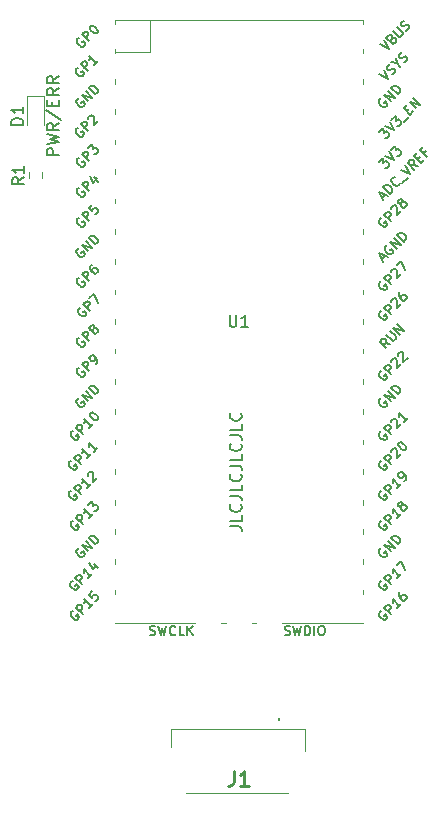
<source format=gto>
%TF.GenerationSoftware,KiCad,Pcbnew,(6.0.2)*%
%TF.CreationDate,2022-04-09T21:38:49-06:00*%
%TF.ProjectId,carrier_board,63617272-6965-4725-9f62-6f6172642e6b,v1b*%
%TF.SameCoordinates,Original*%
%TF.FileFunction,Legend,Top*%
%TF.FilePolarity,Positive*%
%FSLAX46Y46*%
G04 Gerber Fmt 4.6, Leading zero omitted, Abs format (unit mm)*
G04 Created by KiCad (PCBNEW (6.0.2)) date 2022-04-09 21:38:49*
%MOMM*%
%LPD*%
G01*
G04 APERTURE LIST*
%ADD10C,0.150000*%
%ADD11C,0.254000*%
%ADD12C,0.120000*%
%ADD13C,0.100000*%
%ADD14C,0.200000*%
G04 APERTURE END LIST*
D10*
X146452380Y-102619047D02*
X147166666Y-102619047D01*
X147309523Y-102666666D01*
X147404761Y-102761904D01*
X147452380Y-102904761D01*
X147452380Y-103000000D01*
X147452380Y-101666666D02*
X147452380Y-102142857D01*
X146452380Y-102142857D01*
X147357142Y-100761904D02*
X147404761Y-100809523D01*
X147452380Y-100952380D01*
X147452380Y-101047619D01*
X147404761Y-101190476D01*
X147309523Y-101285714D01*
X147214285Y-101333333D01*
X147023809Y-101380952D01*
X146880952Y-101380952D01*
X146690476Y-101333333D01*
X146595238Y-101285714D01*
X146500000Y-101190476D01*
X146452380Y-101047619D01*
X146452380Y-100952380D01*
X146500000Y-100809523D01*
X146547619Y-100761904D01*
X146452380Y-100047619D02*
X147166666Y-100047619D01*
X147309523Y-100095238D01*
X147404761Y-100190476D01*
X147452380Y-100333333D01*
X147452380Y-100428571D01*
X147452380Y-99095238D02*
X147452380Y-99571428D01*
X146452380Y-99571428D01*
X147357142Y-98190476D02*
X147404761Y-98238095D01*
X147452380Y-98380952D01*
X147452380Y-98476190D01*
X147404761Y-98619047D01*
X147309523Y-98714285D01*
X147214285Y-98761904D01*
X147023809Y-98809523D01*
X146880952Y-98809523D01*
X146690476Y-98761904D01*
X146595238Y-98714285D01*
X146500000Y-98619047D01*
X146452380Y-98476190D01*
X146452380Y-98380952D01*
X146500000Y-98238095D01*
X146547619Y-98190476D01*
X146452380Y-97476190D02*
X147166666Y-97476190D01*
X147309523Y-97523809D01*
X147404761Y-97619047D01*
X147452380Y-97761904D01*
X147452380Y-97857142D01*
X147452380Y-96523809D02*
X147452380Y-97000000D01*
X146452380Y-97000000D01*
X147357142Y-95619047D02*
X147404761Y-95666666D01*
X147452380Y-95809523D01*
X147452380Y-95904761D01*
X147404761Y-96047619D01*
X147309523Y-96142857D01*
X147214285Y-96190476D01*
X147023809Y-96238095D01*
X146880952Y-96238095D01*
X146690476Y-96190476D01*
X146595238Y-96142857D01*
X146500000Y-96047619D01*
X146452380Y-95904761D01*
X146452380Y-95809523D01*
X146500000Y-95666666D01*
X146547619Y-95619047D01*
X146452380Y-94904761D02*
X147166666Y-94904761D01*
X147309523Y-94952380D01*
X147404761Y-95047619D01*
X147452380Y-95190476D01*
X147452380Y-95285714D01*
X147452380Y-93952380D02*
X147452380Y-94428571D01*
X146452380Y-94428571D01*
X147357142Y-93047619D02*
X147404761Y-93095238D01*
X147452380Y-93238095D01*
X147452380Y-93333333D01*
X147404761Y-93476190D01*
X147309523Y-93571428D01*
X147214285Y-93619047D01*
X147023809Y-93666666D01*
X146880952Y-93666666D01*
X146690476Y-93619047D01*
X146595238Y-93571428D01*
X146500000Y-93476190D01*
X146452380Y-93333333D01*
X146452380Y-93238095D01*
X146500000Y-93095238D01*
X146547619Y-93047619D01*
%TO.C,U1*%
X146428095Y-84727380D02*
X146428095Y-85536904D01*
X146475714Y-85632142D01*
X146523333Y-85679761D01*
X146618571Y-85727380D01*
X146809047Y-85727380D01*
X146904285Y-85679761D01*
X146951904Y-85632142D01*
X146999523Y-85536904D01*
X146999523Y-84727380D01*
X147999523Y-85727380D02*
X147428095Y-85727380D01*
X147713809Y-85727380D02*
X147713809Y-84727380D01*
X147618571Y-84870238D01*
X147523333Y-84965476D01*
X147428095Y-85013095D01*
X133603096Y-63796218D02*
X133522284Y-63823155D01*
X133441471Y-63903967D01*
X133387597Y-64011717D01*
X133387597Y-64119467D01*
X133414534Y-64200279D01*
X133495346Y-64334966D01*
X133576158Y-64415778D01*
X133710845Y-64496590D01*
X133791658Y-64523528D01*
X133899407Y-64523528D01*
X134007157Y-64469653D01*
X134061032Y-64415778D01*
X134114906Y-64308028D01*
X134114906Y-64254154D01*
X133926345Y-64065592D01*
X133818595Y-64173341D01*
X134411218Y-64065592D02*
X133845532Y-63499906D01*
X134061032Y-63284407D01*
X134141844Y-63257470D01*
X134195719Y-63257470D01*
X134276531Y-63284407D01*
X134357343Y-63365219D01*
X134384280Y-63446032D01*
X134384280Y-63499906D01*
X134357343Y-63580719D01*
X134141844Y-63796218D01*
X135273215Y-63203595D02*
X134949966Y-63526844D01*
X135111590Y-63365219D02*
X134545905Y-62799534D01*
X134572842Y-62934221D01*
X134572842Y-63041971D01*
X134545905Y-63122783D01*
X151094761Y-111798809D02*
X151209047Y-111836904D01*
X151399523Y-111836904D01*
X151475714Y-111798809D01*
X151513809Y-111760714D01*
X151551904Y-111684523D01*
X151551904Y-111608333D01*
X151513809Y-111532142D01*
X151475714Y-111494047D01*
X151399523Y-111455952D01*
X151247142Y-111417857D01*
X151170952Y-111379761D01*
X151132857Y-111341666D01*
X151094761Y-111265476D01*
X151094761Y-111189285D01*
X151132857Y-111113095D01*
X151170952Y-111075000D01*
X151247142Y-111036904D01*
X151437619Y-111036904D01*
X151551904Y-111075000D01*
X151818571Y-111036904D02*
X152009047Y-111836904D01*
X152161428Y-111265476D01*
X152313809Y-111836904D01*
X152504285Y-111036904D01*
X152809047Y-111836904D02*
X152809047Y-111036904D01*
X152999523Y-111036904D01*
X153113809Y-111075000D01*
X153190000Y-111151190D01*
X153228095Y-111227380D01*
X153266190Y-111379761D01*
X153266190Y-111494047D01*
X153228095Y-111646428D01*
X153190000Y-111722619D01*
X153113809Y-111798809D01*
X152999523Y-111836904D01*
X152809047Y-111836904D01*
X153609047Y-111836904D02*
X153609047Y-111036904D01*
X154142380Y-111036904D02*
X154294761Y-111036904D01*
X154370952Y-111075000D01*
X154447142Y-111151190D01*
X154485238Y-111303571D01*
X154485238Y-111570238D01*
X154447142Y-111722619D01*
X154370952Y-111798809D01*
X154294761Y-111836904D01*
X154142380Y-111836904D01*
X154066190Y-111798809D01*
X153990000Y-111722619D01*
X153951904Y-111570238D01*
X153951904Y-111303571D01*
X153990000Y-111151190D01*
X154066190Y-111075000D01*
X154142380Y-111036904D01*
X159341597Y-80015964D02*
X159610971Y-79746590D01*
X159449346Y-80231463D02*
X159072223Y-79477216D01*
X159826470Y-79854340D01*
X159772595Y-78830719D02*
X159691783Y-78857656D01*
X159610971Y-78938468D01*
X159557096Y-79046218D01*
X159557096Y-79153967D01*
X159584033Y-79234780D01*
X159664845Y-79369467D01*
X159745658Y-79450279D01*
X159880345Y-79531091D01*
X159961157Y-79558028D01*
X160068906Y-79558028D01*
X160176656Y-79504154D01*
X160230531Y-79450279D01*
X160284406Y-79342529D01*
X160284406Y-79288654D01*
X160095844Y-79100093D01*
X159988094Y-79207842D01*
X160580717Y-79100093D02*
X160015032Y-78534407D01*
X160903966Y-78776844D01*
X160338280Y-78211158D01*
X161173340Y-78507470D02*
X160607654Y-77941784D01*
X160742341Y-77807097D01*
X160850091Y-77753223D01*
X160957841Y-77753223D01*
X161038653Y-77780160D01*
X161173340Y-77860972D01*
X161254152Y-77941784D01*
X161334964Y-78076471D01*
X161361902Y-78157284D01*
X161361902Y-78265033D01*
X161308027Y-78372783D01*
X161173340Y-78507470D01*
X133033722Y-99635592D02*
X132952910Y-99662529D01*
X132872097Y-99743341D01*
X132818223Y-99851091D01*
X132818223Y-99958841D01*
X132845160Y-100039653D01*
X132925972Y-100174340D01*
X133006784Y-100255152D01*
X133141471Y-100335964D01*
X133222284Y-100362902D01*
X133330033Y-100362902D01*
X133437783Y-100309027D01*
X133491658Y-100255152D01*
X133545532Y-100147402D01*
X133545532Y-100093528D01*
X133356971Y-99904966D01*
X133249221Y-100012715D01*
X133841844Y-99904966D02*
X133276158Y-99339280D01*
X133491658Y-99123781D01*
X133572470Y-99096844D01*
X133626345Y-99096844D01*
X133707157Y-99123781D01*
X133787969Y-99204593D01*
X133814906Y-99285406D01*
X133814906Y-99339280D01*
X133787969Y-99420093D01*
X133572470Y-99635592D01*
X134703841Y-99042969D02*
X134380592Y-99366218D01*
X134542216Y-99204593D02*
X133976531Y-98638908D01*
X134003468Y-98773595D01*
X134003468Y-98881345D01*
X133976531Y-98962157D01*
X134407529Y-98315659D02*
X134407529Y-98261784D01*
X134434467Y-98180972D01*
X134569154Y-98046285D01*
X134649966Y-98019348D01*
X134703841Y-98019348D01*
X134784653Y-98046285D01*
X134838528Y-98100160D01*
X134892402Y-98207910D01*
X134892402Y-98854407D01*
X135242589Y-98504221D01*
X159287722Y-97095592D02*
X159206910Y-97122529D01*
X159126097Y-97203341D01*
X159072223Y-97311091D01*
X159072223Y-97418841D01*
X159099160Y-97499653D01*
X159179972Y-97634340D01*
X159260784Y-97715152D01*
X159395471Y-97795964D01*
X159476284Y-97822902D01*
X159584033Y-97822902D01*
X159691783Y-97769027D01*
X159745658Y-97715152D01*
X159799532Y-97607402D01*
X159799532Y-97553528D01*
X159610971Y-97364966D01*
X159503221Y-97472715D01*
X160095844Y-97364966D02*
X159530158Y-96799280D01*
X159745658Y-96583781D01*
X159826470Y-96556844D01*
X159880345Y-96556844D01*
X159961157Y-96583781D01*
X160041969Y-96664593D01*
X160068906Y-96745406D01*
X160068906Y-96799280D01*
X160041969Y-96880093D01*
X159826470Y-97095592D01*
X160122781Y-96314407D02*
X160122781Y-96260532D01*
X160149719Y-96179720D01*
X160284406Y-96045033D01*
X160365218Y-96018096D01*
X160419093Y-96018096D01*
X160499905Y-96045033D01*
X160553780Y-96098908D01*
X160607654Y-96206658D01*
X160607654Y-96853155D01*
X160957841Y-96502969D01*
X160742341Y-95587097D02*
X160796216Y-95533223D01*
X160877028Y-95506285D01*
X160930903Y-95506285D01*
X161011715Y-95533223D01*
X161146402Y-95614035D01*
X161281089Y-95748722D01*
X161361902Y-95883409D01*
X161388839Y-95964221D01*
X161388839Y-96018096D01*
X161361902Y-96098908D01*
X161308027Y-96152783D01*
X161227215Y-96179720D01*
X161173340Y-96179720D01*
X161092528Y-96152783D01*
X160957841Y-96071971D01*
X160823154Y-95937284D01*
X160742341Y-95802597D01*
X160715404Y-95721784D01*
X160715404Y-95667910D01*
X160742341Y-95587097D01*
X159110473Y-64344966D02*
X159864720Y-64722089D01*
X159487597Y-63967842D01*
X160187969Y-64344966D02*
X160295719Y-64291091D01*
X160430406Y-64156404D01*
X160457343Y-64075592D01*
X160457343Y-64021717D01*
X160430406Y-63940905D01*
X160376531Y-63887030D01*
X160295719Y-63860093D01*
X160241844Y-63860093D01*
X160161032Y-63887030D01*
X160026345Y-63967842D01*
X159945532Y-63994780D01*
X159891658Y-63994780D01*
X159810845Y-63967842D01*
X159756971Y-63913967D01*
X159730033Y-63833155D01*
X159730033Y-63779280D01*
X159756971Y-63698468D01*
X159891658Y-63563781D01*
X159999407Y-63509906D01*
X160618967Y-63429094D02*
X160888341Y-63698468D01*
X160134094Y-63321345D02*
X160618967Y-63429094D01*
X160511218Y-62944221D01*
X161211590Y-63321345D02*
X161319340Y-63267470D01*
X161454027Y-63132783D01*
X161480964Y-63051971D01*
X161480964Y-62998096D01*
X161454027Y-62917284D01*
X161400152Y-62863409D01*
X161319340Y-62836471D01*
X161265465Y-62836471D01*
X161184653Y-62863409D01*
X161049966Y-62944221D01*
X160969154Y-62971158D01*
X160915279Y-62971158D01*
X160834467Y-62944221D01*
X160780592Y-62890346D01*
X160753654Y-62809534D01*
X160753654Y-62755659D01*
X160780592Y-62674847D01*
X160915279Y-62540160D01*
X161023028Y-62486285D01*
X159079847Y-71765592D02*
X159430033Y-71415406D01*
X159456971Y-71819467D01*
X159537783Y-71738654D01*
X159618595Y-71711717D01*
X159672470Y-71711717D01*
X159753282Y-71738654D01*
X159887969Y-71873341D01*
X159914906Y-71954154D01*
X159914906Y-72008028D01*
X159887969Y-72088841D01*
X159726345Y-72250465D01*
X159645532Y-72277402D01*
X159591658Y-72277402D01*
X159591658Y-71253781D02*
X160345905Y-71630905D01*
X159968781Y-70876658D01*
X160103468Y-70741971D02*
X160453654Y-70391784D01*
X160480592Y-70795845D01*
X160561404Y-70715033D01*
X160642216Y-70688096D01*
X160696091Y-70688096D01*
X160776903Y-70715033D01*
X160911590Y-70849720D01*
X160938528Y-70930532D01*
X160938528Y-70984407D01*
X160911590Y-71065219D01*
X160749966Y-71226844D01*
X160669154Y-71253781D01*
X160615279Y-71253781D01*
X159287722Y-109795592D02*
X159206910Y-109822529D01*
X159126097Y-109903341D01*
X159072223Y-110011091D01*
X159072223Y-110118841D01*
X159099160Y-110199653D01*
X159179972Y-110334340D01*
X159260784Y-110415152D01*
X159395471Y-110495964D01*
X159476284Y-110522902D01*
X159584033Y-110522902D01*
X159691783Y-110469027D01*
X159745658Y-110415152D01*
X159799532Y-110307402D01*
X159799532Y-110253528D01*
X159610971Y-110064966D01*
X159503221Y-110172715D01*
X160095844Y-110064966D02*
X159530158Y-109499280D01*
X159745658Y-109283781D01*
X159826470Y-109256844D01*
X159880345Y-109256844D01*
X159961157Y-109283781D01*
X160041969Y-109364593D01*
X160068906Y-109445406D01*
X160068906Y-109499280D01*
X160041969Y-109580093D01*
X159826470Y-109795592D01*
X160957841Y-109202969D02*
X160634592Y-109526218D01*
X160796216Y-109364593D02*
X160230531Y-108798908D01*
X160257468Y-108933595D01*
X160257468Y-109041345D01*
X160230531Y-109122157D01*
X160877028Y-108152410D02*
X160769279Y-108260160D01*
X160742341Y-108340972D01*
X160742341Y-108394847D01*
X160769279Y-108529534D01*
X160850091Y-108664221D01*
X161065590Y-108879720D01*
X161146402Y-108906658D01*
X161200277Y-108906658D01*
X161281089Y-108879720D01*
X161388839Y-108771971D01*
X161415776Y-108691158D01*
X161415776Y-108637284D01*
X161388839Y-108556471D01*
X161254152Y-108421784D01*
X161173340Y-108394847D01*
X161119465Y-108394847D01*
X161038653Y-108421784D01*
X160930903Y-108529534D01*
X160903966Y-108610346D01*
X160903966Y-108664221D01*
X160930903Y-108745033D01*
X133703096Y-81586218D02*
X133622284Y-81613155D01*
X133541471Y-81693967D01*
X133487597Y-81801717D01*
X133487597Y-81909467D01*
X133514534Y-81990279D01*
X133595346Y-82124966D01*
X133676158Y-82205778D01*
X133810845Y-82286590D01*
X133891658Y-82313528D01*
X133999407Y-82313528D01*
X134107157Y-82259653D01*
X134161032Y-82205778D01*
X134214906Y-82098028D01*
X134214906Y-82044154D01*
X134026345Y-81855592D01*
X133918595Y-81963341D01*
X134511218Y-81855592D02*
X133945532Y-81289906D01*
X134161032Y-81074407D01*
X134241844Y-81047470D01*
X134295719Y-81047470D01*
X134376531Y-81074407D01*
X134457343Y-81155219D01*
X134484280Y-81236032D01*
X134484280Y-81289906D01*
X134457343Y-81370719D01*
X134241844Y-81586218D01*
X134753654Y-80481784D02*
X134645905Y-80589534D01*
X134618967Y-80670346D01*
X134618967Y-80724221D01*
X134645905Y-80858908D01*
X134726717Y-80993595D01*
X134942216Y-81209094D01*
X135023028Y-81236032D01*
X135076903Y-81236032D01*
X135157715Y-81209094D01*
X135265465Y-81101345D01*
X135292402Y-81020532D01*
X135292402Y-80966658D01*
X135265465Y-80885845D01*
X135130778Y-80751158D01*
X135049966Y-80724221D01*
X134996091Y-80724221D01*
X134915279Y-80751158D01*
X134807529Y-80858908D01*
X134780592Y-80939720D01*
X134780592Y-80993595D01*
X134807529Y-81074407D01*
X133703096Y-86666218D02*
X133622284Y-86693155D01*
X133541471Y-86773967D01*
X133487597Y-86881717D01*
X133487597Y-86989467D01*
X133514534Y-87070279D01*
X133595346Y-87204966D01*
X133676158Y-87285778D01*
X133810845Y-87366590D01*
X133891658Y-87393528D01*
X133999407Y-87393528D01*
X134107157Y-87339653D01*
X134161032Y-87285778D01*
X134214906Y-87178028D01*
X134214906Y-87124154D01*
X134026345Y-86935592D01*
X133918595Y-87043341D01*
X134511218Y-86935592D02*
X133945532Y-86369906D01*
X134161032Y-86154407D01*
X134241844Y-86127470D01*
X134295719Y-86127470D01*
X134376531Y-86154407D01*
X134457343Y-86235219D01*
X134484280Y-86316032D01*
X134484280Y-86369906D01*
X134457343Y-86450719D01*
X134241844Y-86666218D01*
X134834467Y-85965845D02*
X134753654Y-85992783D01*
X134699780Y-85992783D01*
X134618967Y-85965845D01*
X134592030Y-85938908D01*
X134565093Y-85858096D01*
X134565093Y-85804221D01*
X134592030Y-85723409D01*
X134699780Y-85615659D01*
X134780592Y-85588722D01*
X134834467Y-85588722D01*
X134915279Y-85615659D01*
X134942216Y-85642597D01*
X134969154Y-85723409D01*
X134969154Y-85777284D01*
X134942216Y-85858096D01*
X134834467Y-85965845D01*
X134807529Y-86046658D01*
X134807529Y-86100532D01*
X134834467Y-86181345D01*
X134942216Y-86289094D01*
X135023028Y-86316032D01*
X135076903Y-86316032D01*
X135157715Y-86289094D01*
X135265465Y-86181345D01*
X135292402Y-86100532D01*
X135292402Y-86046658D01*
X135265465Y-85965845D01*
X135157715Y-85858096D01*
X135076903Y-85831158D01*
X135023028Y-85831158D01*
X134942216Y-85858096D01*
X160028375Y-87218435D02*
X159570439Y-87137622D01*
X159705126Y-87541683D02*
X159139441Y-86975998D01*
X159354940Y-86760499D01*
X159435752Y-86733561D01*
X159489627Y-86733561D01*
X159570439Y-86760499D01*
X159651251Y-86841311D01*
X159678189Y-86922123D01*
X159678189Y-86975998D01*
X159651251Y-87056810D01*
X159435752Y-87272309D01*
X159705126Y-86410312D02*
X160163062Y-86868248D01*
X160243874Y-86895186D01*
X160297749Y-86895186D01*
X160378561Y-86868248D01*
X160486311Y-86760499D01*
X160513248Y-86679687D01*
X160513248Y-86625812D01*
X160486311Y-86544999D01*
X160028375Y-86087064D01*
X160863435Y-86383375D02*
X160297749Y-85817690D01*
X161186683Y-86060126D01*
X160620998Y-85494441D01*
X159287722Y-81865592D02*
X159206910Y-81892529D01*
X159126097Y-81973341D01*
X159072223Y-82081091D01*
X159072223Y-82188841D01*
X159099160Y-82269653D01*
X159179972Y-82404340D01*
X159260784Y-82485152D01*
X159395471Y-82565964D01*
X159476284Y-82592902D01*
X159584033Y-82592902D01*
X159691783Y-82539027D01*
X159745658Y-82485152D01*
X159799532Y-82377402D01*
X159799532Y-82323528D01*
X159610971Y-82134966D01*
X159503221Y-82242715D01*
X160095844Y-82134966D02*
X159530158Y-81569280D01*
X159745658Y-81353781D01*
X159826470Y-81326844D01*
X159880345Y-81326844D01*
X159961157Y-81353781D01*
X160041969Y-81434593D01*
X160068906Y-81515406D01*
X160068906Y-81569280D01*
X160041969Y-81650093D01*
X159826470Y-81865592D01*
X160122781Y-81084407D02*
X160122781Y-81030532D01*
X160149719Y-80949720D01*
X160284406Y-80815033D01*
X160365218Y-80788096D01*
X160419093Y-80788096D01*
X160499905Y-80815033D01*
X160553780Y-80868908D01*
X160607654Y-80976658D01*
X160607654Y-81623155D01*
X160957841Y-81272969D01*
X160580717Y-80518722D02*
X160957841Y-80141598D01*
X161281089Y-80949720D01*
X159287722Y-99635592D02*
X159206910Y-99662529D01*
X159126097Y-99743341D01*
X159072223Y-99851091D01*
X159072223Y-99958841D01*
X159099160Y-100039653D01*
X159179972Y-100174340D01*
X159260784Y-100255152D01*
X159395471Y-100335964D01*
X159476284Y-100362902D01*
X159584033Y-100362902D01*
X159691783Y-100309027D01*
X159745658Y-100255152D01*
X159799532Y-100147402D01*
X159799532Y-100093528D01*
X159610971Y-99904966D01*
X159503221Y-100012715D01*
X160095844Y-99904966D02*
X159530158Y-99339280D01*
X159745658Y-99123781D01*
X159826470Y-99096844D01*
X159880345Y-99096844D01*
X159961157Y-99123781D01*
X160041969Y-99204593D01*
X160068906Y-99285406D01*
X160068906Y-99339280D01*
X160041969Y-99420093D01*
X159826470Y-99635592D01*
X160957841Y-99042969D02*
X160634592Y-99366218D01*
X160796216Y-99204593D02*
X160230531Y-98638908D01*
X160257468Y-98773595D01*
X160257468Y-98881345D01*
X160230531Y-98962157D01*
X161227215Y-98773595D02*
X161334964Y-98665845D01*
X161361902Y-98585033D01*
X161361902Y-98531158D01*
X161334964Y-98396471D01*
X161254152Y-98261784D01*
X161038653Y-98046285D01*
X160957841Y-98019348D01*
X160903966Y-98019348D01*
X160823154Y-98046285D01*
X160715404Y-98154035D01*
X160688467Y-98234847D01*
X160688467Y-98288722D01*
X160715404Y-98369534D01*
X160850091Y-98504221D01*
X160930903Y-98531158D01*
X160984778Y-98531158D01*
X161065590Y-98504221D01*
X161173340Y-98396471D01*
X161200277Y-98315659D01*
X161200277Y-98261784D01*
X161173340Y-98180972D01*
X133803096Y-84096218D02*
X133722284Y-84123155D01*
X133641471Y-84203967D01*
X133587597Y-84311717D01*
X133587597Y-84419467D01*
X133614534Y-84500279D01*
X133695346Y-84634966D01*
X133776158Y-84715778D01*
X133910845Y-84796590D01*
X133991658Y-84823528D01*
X134099407Y-84823528D01*
X134207157Y-84769653D01*
X134261032Y-84715778D01*
X134314906Y-84608028D01*
X134314906Y-84554154D01*
X134126345Y-84365592D01*
X134018595Y-84473341D01*
X134611218Y-84365592D02*
X134045532Y-83799906D01*
X134261032Y-83584407D01*
X134341844Y-83557470D01*
X134395719Y-83557470D01*
X134476531Y-83584407D01*
X134557343Y-83665219D01*
X134584280Y-83746032D01*
X134584280Y-83799906D01*
X134557343Y-83880719D01*
X134341844Y-84096218D01*
X134557343Y-83288096D02*
X134934467Y-82910972D01*
X135257715Y-83719094D01*
X159287722Y-102175592D02*
X159206910Y-102202529D01*
X159126097Y-102283341D01*
X159072223Y-102391091D01*
X159072223Y-102498841D01*
X159099160Y-102579653D01*
X159179972Y-102714340D01*
X159260784Y-102795152D01*
X159395471Y-102875964D01*
X159476284Y-102902902D01*
X159584033Y-102902902D01*
X159691783Y-102849027D01*
X159745658Y-102795152D01*
X159799532Y-102687402D01*
X159799532Y-102633528D01*
X159610971Y-102444966D01*
X159503221Y-102552715D01*
X160095844Y-102444966D02*
X159530158Y-101879280D01*
X159745658Y-101663781D01*
X159826470Y-101636844D01*
X159880345Y-101636844D01*
X159961157Y-101663781D01*
X160041969Y-101744593D01*
X160068906Y-101825406D01*
X160068906Y-101879280D01*
X160041969Y-101960093D01*
X159826470Y-102175592D01*
X160957841Y-101582969D02*
X160634592Y-101906218D01*
X160796216Y-101744593D02*
X160230531Y-101178908D01*
X160257468Y-101313595D01*
X160257468Y-101421345D01*
X160230531Y-101502157D01*
X160957841Y-100936471D02*
X160877028Y-100963409D01*
X160823154Y-100963409D01*
X160742341Y-100936471D01*
X160715404Y-100909534D01*
X160688467Y-100828722D01*
X160688467Y-100774847D01*
X160715404Y-100694035D01*
X160823154Y-100586285D01*
X160903966Y-100559348D01*
X160957841Y-100559348D01*
X161038653Y-100586285D01*
X161065590Y-100613223D01*
X161092528Y-100694035D01*
X161092528Y-100747910D01*
X161065590Y-100828722D01*
X160957841Y-100936471D01*
X160930903Y-101017284D01*
X160930903Y-101071158D01*
X160957841Y-101151971D01*
X161065590Y-101259720D01*
X161146402Y-101286658D01*
X161200277Y-101286658D01*
X161281089Y-101259720D01*
X161388839Y-101151971D01*
X161415776Y-101071158D01*
X161415776Y-101017284D01*
X161388839Y-100936471D01*
X161281089Y-100828722D01*
X161200277Y-100801784D01*
X161146402Y-100801784D01*
X161065590Y-100828722D01*
X159143129Y-61802309D02*
X159897377Y-62179433D01*
X159520253Y-61425186D01*
X160166751Y-61317436D02*
X160274500Y-61263561D01*
X160328375Y-61263561D01*
X160409187Y-61290499D01*
X160490000Y-61371311D01*
X160516937Y-61452123D01*
X160516937Y-61505998D01*
X160490000Y-61586810D01*
X160274500Y-61802309D01*
X159708815Y-61236624D01*
X159897377Y-61048062D01*
X159978189Y-61021125D01*
X160032064Y-61021125D01*
X160112876Y-61048062D01*
X160166751Y-61101937D01*
X160193688Y-61182749D01*
X160193688Y-61236624D01*
X160166751Y-61317436D01*
X159978189Y-61505998D01*
X160274500Y-60670938D02*
X160732436Y-61128874D01*
X160813248Y-61155812D01*
X160867123Y-61155812D01*
X160947935Y-61128874D01*
X161055685Y-61021125D01*
X161082622Y-60940312D01*
X161082622Y-60886438D01*
X161055685Y-60805625D01*
X160597749Y-60347690D01*
X161378934Y-60644001D02*
X161486683Y-60590126D01*
X161621370Y-60455439D01*
X161648308Y-60374627D01*
X161648308Y-60320752D01*
X161621370Y-60239940D01*
X161567496Y-60186065D01*
X161486683Y-60159128D01*
X161432809Y-60159128D01*
X161351996Y-60186065D01*
X161217309Y-60266877D01*
X161136497Y-60293815D01*
X161082622Y-60293815D01*
X161001810Y-60266877D01*
X160947935Y-60213003D01*
X160920998Y-60132190D01*
X160920998Y-60078316D01*
X160947935Y-59997503D01*
X161082622Y-59862816D01*
X161190372Y-59808942D01*
X133603096Y-68886218D02*
X133522284Y-68913155D01*
X133441471Y-68993967D01*
X133387597Y-69101717D01*
X133387597Y-69209467D01*
X133414534Y-69290279D01*
X133495346Y-69424966D01*
X133576158Y-69505778D01*
X133710845Y-69586590D01*
X133791658Y-69613528D01*
X133899407Y-69613528D01*
X134007157Y-69559653D01*
X134061032Y-69505778D01*
X134114906Y-69398028D01*
X134114906Y-69344154D01*
X133926345Y-69155592D01*
X133818595Y-69263341D01*
X134411218Y-69155592D02*
X133845532Y-68589906D01*
X134061032Y-68374407D01*
X134141844Y-68347470D01*
X134195719Y-68347470D01*
X134276531Y-68374407D01*
X134357343Y-68455219D01*
X134384280Y-68536032D01*
X134384280Y-68589906D01*
X134357343Y-68670719D01*
X134141844Y-68886218D01*
X134438155Y-68105033D02*
X134438155Y-68051158D01*
X134465093Y-67970346D01*
X134599780Y-67835659D01*
X134680592Y-67808722D01*
X134734467Y-67808722D01*
X134815279Y-67835659D01*
X134869154Y-67889534D01*
X134923028Y-67997284D01*
X134923028Y-68643781D01*
X135273215Y-68293595D01*
X133179722Y-109795592D02*
X133098910Y-109822529D01*
X133018097Y-109903341D01*
X132964223Y-110011091D01*
X132964223Y-110118841D01*
X132991160Y-110199653D01*
X133071972Y-110334340D01*
X133152784Y-110415152D01*
X133287471Y-110495964D01*
X133368284Y-110522902D01*
X133476033Y-110522902D01*
X133583783Y-110469027D01*
X133637658Y-110415152D01*
X133691532Y-110307402D01*
X133691532Y-110253528D01*
X133502971Y-110064966D01*
X133395221Y-110172715D01*
X133987844Y-110064966D02*
X133422158Y-109499280D01*
X133637658Y-109283781D01*
X133718470Y-109256844D01*
X133772345Y-109256844D01*
X133853157Y-109283781D01*
X133933969Y-109364593D01*
X133960906Y-109445406D01*
X133960906Y-109499280D01*
X133933969Y-109580093D01*
X133718470Y-109795592D01*
X134849841Y-109202969D02*
X134526592Y-109526218D01*
X134688216Y-109364593D02*
X134122531Y-108798908D01*
X134149468Y-108933595D01*
X134149468Y-109041345D01*
X134122531Y-109122157D01*
X134795966Y-108125473D02*
X134526592Y-108394847D01*
X134769028Y-108691158D01*
X134769028Y-108637284D01*
X134795966Y-108556471D01*
X134930653Y-108421784D01*
X135011465Y-108394847D01*
X135065340Y-108394847D01*
X135146152Y-108421784D01*
X135280839Y-108556471D01*
X135307776Y-108637284D01*
X135307776Y-108691158D01*
X135280839Y-108771971D01*
X135146152Y-108906658D01*
X135065340Y-108933595D01*
X135011465Y-108933595D01*
X159287722Y-84395592D02*
X159206910Y-84422529D01*
X159126097Y-84503341D01*
X159072223Y-84611091D01*
X159072223Y-84718841D01*
X159099160Y-84799653D01*
X159179972Y-84934340D01*
X159260784Y-85015152D01*
X159395471Y-85095964D01*
X159476284Y-85122902D01*
X159584033Y-85122902D01*
X159691783Y-85069027D01*
X159745658Y-85015152D01*
X159799532Y-84907402D01*
X159799532Y-84853528D01*
X159610971Y-84664966D01*
X159503221Y-84772715D01*
X160095844Y-84664966D02*
X159530158Y-84099280D01*
X159745658Y-83883781D01*
X159826470Y-83856844D01*
X159880345Y-83856844D01*
X159961157Y-83883781D01*
X160041969Y-83964593D01*
X160068906Y-84045406D01*
X160068906Y-84099280D01*
X160041969Y-84180093D01*
X159826470Y-84395592D01*
X160122781Y-83614407D02*
X160122781Y-83560532D01*
X160149719Y-83479720D01*
X160284406Y-83345033D01*
X160365218Y-83318096D01*
X160419093Y-83318096D01*
X160499905Y-83345033D01*
X160553780Y-83398908D01*
X160607654Y-83506658D01*
X160607654Y-84153155D01*
X160957841Y-83802969D01*
X160877028Y-82752410D02*
X160769279Y-82860160D01*
X160742341Y-82940972D01*
X160742341Y-82994847D01*
X160769279Y-83129534D01*
X160850091Y-83264221D01*
X161065590Y-83479720D01*
X161146402Y-83506658D01*
X161200277Y-83506658D01*
X161281089Y-83479720D01*
X161388839Y-83371971D01*
X161415776Y-83291158D01*
X161415776Y-83237284D01*
X161388839Y-83156471D01*
X161254152Y-83021784D01*
X161173340Y-82994847D01*
X161119465Y-82994847D01*
X161038653Y-83021784D01*
X160930903Y-83129534D01*
X160903966Y-83210346D01*
X160903966Y-83264221D01*
X160930903Y-83345033D01*
X159112131Y-69233308D02*
X159462317Y-68883122D01*
X159489255Y-69287183D01*
X159570067Y-69206370D01*
X159650879Y-69179433D01*
X159704754Y-69179433D01*
X159785566Y-69206370D01*
X159920253Y-69341057D01*
X159947190Y-69421870D01*
X159947190Y-69475744D01*
X159920253Y-69556557D01*
X159758629Y-69718181D01*
X159677816Y-69745118D01*
X159623942Y-69745118D01*
X159623942Y-68721497D02*
X160378189Y-69098621D01*
X160001065Y-68344374D01*
X160135752Y-68209687D02*
X160485938Y-67859500D01*
X160512876Y-68263561D01*
X160593688Y-68182749D01*
X160674500Y-68155812D01*
X160728375Y-68155812D01*
X160809187Y-68182749D01*
X160943874Y-68317436D01*
X160970812Y-68398248D01*
X160970812Y-68452123D01*
X160943874Y-68532935D01*
X160782250Y-68694560D01*
X160701438Y-68721497D01*
X160647563Y-68721497D01*
X161213248Y-68371311D02*
X161644247Y-67940312D01*
X161428748Y-67455439D02*
X161617309Y-67266877D01*
X161994433Y-67482377D02*
X161725059Y-67751751D01*
X161159374Y-67186065D01*
X161428748Y-66916691D01*
X162236870Y-67239940D02*
X161671184Y-66674255D01*
X162560118Y-66916691D01*
X161994433Y-66351006D01*
X159344788Y-74808773D02*
X159614162Y-74539399D01*
X159452537Y-75024272D02*
X159075414Y-74270025D01*
X159829661Y-74647149D01*
X160018223Y-74458587D02*
X159452537Y-73892902D01*
X159587224Y-73758215D01*
X159694974Y-73704340D01*
X159802723Y-73704340D01*
X159883536Y-73731277D01*
X160018223Y-73812089D01*
X160099035Y-73892902D01*
X160179847Y-74027589D01*
X160206784Y-74108401D01*
X160206784Y-74216150D01*
X160152910Y-74323900D01*
X160018223Y-74458587D01*
X160853282Y-73515778D02*
X160853282Y-73569653D01*
X160799407Y-73677402D01*
X160745532Y-73731277D01*
X160637783Y-73785152D01*
X160530033Y-73785152D01*
X160449221Y-73758215D01*
X160314534Y-73677402D01*
X160233722Y-73596590D01*
X160152910Y-73461903D01*
X160125972Y-73381091D01*
X160125972Y-73273341D01*
X160179847Y-73165592D01*
X160233722Y-73111717D01*
X160341471Y-73057842D01*
X160395346Y-73057842D01*
X161068781Y-73515778D02*
X161499780Y-73084780D01*
X160934094Y-72411345D02*
X161688341Y-72788468D01*
X161311218Y-72034221D01*
X162388714Y-72088096D02*
X161930778Y-72007284D01*
X162065465Y-72411345D02*
X161499780Y-71845659D01*
X161715279Y-71630160D01*
X161796091Y-71603223D01*
X161849966Y-71603223D01*
X161930778Y-71630160D01*
X162011590Y-71710972D01*
X162038528Y-71791784D01*
X162038528Y-71845659D01*
X162011590Y-71926471D01*
X161796091Y-72141971D01*
X162334839Y-71549348D02*
X162523401Y-71360786D01*
X162900524Y-71576285D02*
X162631150Y-71845659D01*
X162065465Y-71279974D01*
X162334839Y-71010600D01*
X163035211Y-70848975D02*
X162846650Y-71037537D01*
X163142961Y-71333849D02*
X162577276Y-70768163D01*
X162846650Y-70498789D01*
X159276158Y-66373155D02*
X159195346Y-66400093D01*
X159114534Y-66480905D01*
X159060659Y-66588654D01*
X159060659Y-66696404D01*
X159087597Y-66777216D01*
X159168409Y-66911903D01*
X159249221Y-66992715D01*
X159383908Y-67073528D01*
X159464720Y-67100465D01*
X159572470Y-67100465D01*
X159680219Y-67046590D01*
X159734094Y-66992715D01*
X159787969Y-66884966D01*
X159787969Y-66831091D01*
X159599407Y-66642529D01*
X159491658Y-66750279D01*
X160084280Y-66642529D02*
X159518595Y-66076844D01*
X160407529Y-66319280D01*
X159841844Y-65753595D01*
X160676903Y-66049906D02*
X160111218Y-65484221D01*
X160245905Y-65349534D01*
X160353654Y-65295659D01*
X160461404Y-65295659D01*
X160542216Y-65322597D01*
X160676903Y-65403409D01*
X160757715Y-65484221D01*
X160838528Y-65618908D01*
X160865465Y-65699720D01*
X160865465Y-65807470D01*
X160811590Y-65915219D01*
X160676903Y-66049906D01*
X133703096Y-89206218D02*
X133622284Y-89233155D01*
X133541471Y-89313967D01*
X133487597Y-89421717D01*
X133487597Y-89529467D01*
X133514534Y-89610279D01*
X133595346Y-89744966D01*
X133676158Y-89825778D01*
X133810845Y-89906590D01*
X133891658Y-89933528D01*
X133999407Y-89933528D01*
X134107157Y-89879653D01*
X134161032Y-89825778D01*
X134214906Y-89718028D01*
X134214906Y-89664154D01*
X134026345Y-89475592D01*
X133918595Y-89583341D01*
X134511218Y-89475592D02*
X133945532Y-88909906D01*
X134161032Y-88694407D01*
X134241844Y-88667470D01*
X134295719Y-88667470D01*
X134376531Y-88694407D01*
X134457343Y-88775219D01*
X134484280Y-88856032D01*
X134484280Y-88909906D01*
X134457343Y-88990719D01*
X134241844Y-89206218D01*
X135103841Y-88882969D02*
X135211590Y-88775219D01*
X135238528Y-88694407D01*
X135238528Y-88640532D01*
X135211590Y-88505845D01*
X135130778Y-88371158D01*
X134915279Y-88155659D01*
X134834467Y-88128722D01*
X134780592Y-88128722D01*
X134699780Y-88155659D01*
X134592030Y-88263409D01*
X134565093Y-88344221D01*
X134565093Y-88398096D01*
X134592030Y-88478908D01*
X134726717Y-88613595D01*
X134807529Y-88640532D01*
X134861404Y-88640532D01*
X134942216Y-88613595D01*
X135049966Y-88505845D01*
X135076903Y-88425033D01*
X135076903Y-88371158D01*
X135049966Y-88290346D01*
X133676158Y-91773155D02*
X133595346Y-91800093D01*
X133514534Y-91880905D01*
X133460659Y-91988654D01*
X133460659Y-92096404D01*
X133487597Y-92177216D01*
X133568409Y-92311903D01*
X133649221Y-92392715D01*
X133783908Y-92473528D01*
X133864720Y-92500465D01*
X133972470Y-92500465D01*
X134080219Y-92446590D01*
X134134094Y-92392715D01*
X134187969Y-92284966D01*
X134187969Y-92231091D01*
X133999407Y-92042529D01*
X133891658Y-92150279D01*
X134484280Y-92042529D02*
X133918595Y-91476844D01*
X134807529Y-91719280D01*
X134241844Y-91153595D01*
X135076903Y-91449906D02*
X134511218Y-90884221D01*
X134645905Y-90749534D01*
X134753654Y-90695659D01*
X134861404Y-90695659D01*
X134942216Y-90722597D01*
X135076903Y-90803409D01*
X135157715Y-90884221D01*
X135238528Y-91018908D01*
X135265465Y-91099720D01*
X135265465Y-91207470D01*
X135211590Y-91315219D01*
X135076903Y-91449906D01*
X133179722Y-102175592D02*
X133098910Y-102202529D01*
X133018097Y-102283341D01*
X132964223Y-102391091D01*
X132964223Y-102498841D01*
X132991160Y-102579653D01*
X133071972Y-102714340D01*
X133152784Y-102795152D01*
X133287471Y-102875964D01*
X133368284Y-102902902D01*
X133476033Y-102902902D01*
X133583783Y-102849027D01*
X133637658Y-102795152D01*
X133691532Y-102687402D01*
X133691532Y-102633528D01*
X133502971Y-102444966D01*
X133395221Y-102552715D01*
X133987844Y-102444966D02*
X133422158Y-101879280D01*
X133637658Y-101663781D01*
X133718470Y-101636844D01*
X133772345Y-101636844D01*
X133853157Y-101663781D01*
X133933969Y-101744593D01*
X133960906Y-101825406D01*
X133960906Y-101879280D01*
X133933969Y-101960093D01*
X133718470Y-102175592D01*
X134849841Y-101582969D02*
X134526592Y-101906218D01*
X134688216Y-101744593D02*
X134122531Y-101178908D01*
X134149468Y-101313595D01*
X134149468Y-101421345D01*
X134122531Y-101502157D01*
X134472717Y-100828722D02*
X134822903Y-100478536D01*
X134849841Y-100882597D01*
X134930653Y-100801784D01*
X135011465Y-100774847D01*
X135065340Y-100774847D01*
X135146152Y-100801784D01*
X135280839Y-100936471D01*
X135307776Y-101017284D01*
X135307776Y-101071158D01*
X135280839Y-101151971D01*
X135119215Y-101313595D01*
X135038402Y-101340532D01*
X134984528Y-101340532D01*
X133033722Y-97095592D02*
X132952910Y-97122529D01*
X132872097Y-97203341D01*
X132818223Y-97311091D01*
X132818223Y-97418841D01*
X132845160Y-97499653D01*
X132925972Y-97634340D01*
X133006784Y-97715152D01*
X133141471Y-97795964D01*
X133222284Y-97822902D01*
X133330033Y-97822902D01*
X133437783Y-97769027D01*
X133491658Y-97715152D01*
X133545532Y-97607402D01*
X133545532Y-97553528D01*
X133356971Y-97364966D01*
X133249221Y-97472715D01*
X133841844Y-97364966D02*
X133276158Y-96799280D01*
X133491658Y-96583781D01*
X133572470Y-96556844D01*
X133626345Y-96556844D01*
X133707157Y-96583781D01*
X133787969Y-96664593D01*
X133814906Y-96745406D01*
X133814906Y-96799280D01*
X133787969Y-96880093D01*
X133572470Y-97095592D01*
X134703841Y-96502969D02*
X134380592Y-96826218D01*
X134542216Y-96664593D02*
X133976531Y-96098908D01*
X134003468Y-96233595D01*
X134003468Y-96341345D01*
X133976531Y-96422157D01*
X135242589Y-95964221D02*
X134919340Y-96287470D01*
X135080964Y-96125845D02*
X134515279Y-95560160D01*
X134542216Y-95694847D01*
X134542216Y-95802597D01*
X134515279Y-95883409D01*
X133703096Y-76506218D02*
X133622284Y-76533155D01*
X133541471Y-76613967D01*
X133487597Y-76721717D01*
X133487597Y-76829467D01*
X133514534Y-76910279D01*
X133595346Y-77044966D01*
X133676158Y-77125778D01*
X133810845Y-77206590D01*
X133891658Y-77233528D01*
X133999407Y-77233528D01*
X134107157Y-77179653D01*
X134161032Y-77125778D01*
X134214906Y-77018028D01*
X134214906Y-76964154D01*
X134026345Y-76775592D01*
X133918595Y-76883341D01*
X134511218Y-76775592D02*
X133945532Y-76209906D01*
X134161032Y-75994407D01*
X134241844Y-75967470D01*
X134295719Y-75967470D01*
X134376531Y-75994407D01*
X134457343Y-76075219D01*
X134484280Y-76156032D01*
X134484280Y-76209906D01*
X134457343Y-76290719D01*
X134241844Y-76506218D01*
X134780592Y-75374847D02*
X134511218Y-75644221D01*
X134753654Y-75940532D01*
X134753654Y-75886658D01*
X134780592Y-75805845D01*
X134915279Y-75671158D01*
X134996091Y-75644221D01*
X135049966Y-75644221D01*
X135130778Y-75671158D01*
X135265465Y-75805845D01*
X135292402Y-75886658D01*
X135292402Y-75940532D01*
X135265465Y-76021345D01*
X135130778Y-76156032D01*
X135049966Y-76182969D01*
X134996091Y-76182969D01*
X133703096Y-61266218D02*
X133622284Y-61293155D01*
X133541471Y-61373967D01*
X133487597Y-61481717D01*
X133487597Y-61589467D01*
X133514534Y-61670279D01*
X133595346Y-61804966D01*
X133676158Y-61885778D01*
X133810845Y-61966590D01*
X133891658Y-61993528D01*
X133999407Y-61993528D01*
X134107157Y-61939653D01*
X134161032Y-61885778D01*
X134214906Y-61778028D01*
X134214906Y-61724154D01*
X134026345Y-61535592D01*
X133918595Y-61643341D01*
X134511218Y-61535592D02*
X133945532Y-60969906D01*
X134161032Y-60754407D01*
X134241844Y-60727470D01*
X134295719Y-60727470D01*
X134376531Y-60754407D01*
X134457343Y-60835219D01*
X134484280Y-60916032D01*
X134484280Y-60969906D01*
X134457343Y-61050719D01*
X134241844Y-61266218D01*
X134618967Y-60296471D02*
X134672842Y-60242597D01*
X134753654Y-60215659D01*
X134807529Y-60215659D01*
X134888341Y-60242597D01*
X135023028Y-60323409D01*
X135157715Y-60458096D01*
X135238528Y-60592783D01*
X135265465Y-60673595D01*
X135265465Y-60727470D01*
X135238528Y-60808282D01*
X135184653Y-60862157D01*
X135103841Y-60889094D01*
X135049966Y-60889094D01*
X134969154Y-60862157D01*
X134834467Y-60781345D01*
X134699780Y-60646658D01*
X134618967Y-60511971D01*
X134592030Y-60431158D01*
X134592030Y-60377284D01*
X134618967Y-60296471D01*
X133179722Y-94555592D02*
X133098910Y-94582529D01*
X133018097Y-94663341D01*
X132964223Y-94771091D01*
X132964223Y-94878841D01*
X132991160Y-94959653D01*
X133071972Y-95094340D01*
X133152784Y-95175152D01*
X133287471Y-95255964D01*
X133368284Y-95282902D01*
X133476033Y-95282902D01*
X133583783Y-95229027D01*
X133637658Y-95175152D01*
X133691532Y-95067402D01*
X133691532Y-95013528D01*
X133502971Y-94824966D01*
X133395221Y-94932715D01*
X133987844Y-94824966D02*
X133422158Y-94259280D01*
X133637658Y-94043781D01*
X133718470Y-94016844D01*
X133772345Y-94016844D01*
X133853157Y-94043781D01*
X133933969Y-94124593D01*
X133960906Y-94205406D01*
X133960906Y-94259280D01*
X133933969Y-94340093D01*
X133718470Y-94555592D01*
X134849841Y-93962969D02*
X134526592Y-94286218D01*
X134688216Y-94124593D02*
X134122531Y-93558908D01*
X134149468Y-93693595D01*
X134149468Y-93801345D01*
X134122531Y-93882157D01*
X134634341Y-93047097D02*
X134688216Y-92993223D01*
X134769028Y-92966285D01*
X134822903Y-92966285D01*
X134903715Y-92993223D01*
X135038402Y-93074035D01*
X135173089Y-93208722D01*
X135253902Y-93343409D01*
X135280839Y-93424221D01*
X135280839Y-93478096D01*
X135253902Y-93558908D01*
X135200027Y-93612783D01*
X135119215Y-93639720D01*
X135065340Y-93639720D01*
X134984528Y-93612783D01*
X134849841Y-93531971D01*
X134715154Y-93397284D01*
X134634341Y-93262597D01*
X134607404Y-93181784D01*
X134607404Y-93127910D01*
X134634341Y-93047097D01*
X159287722Y-76521592D02*
X159206910Y-76548529D01*
X159126097Y-76629341D01*
X159072223Y-76737091D01*
X159072223Y-76844841D01*
X159099160Y-76925653D01*
X159179972Y-77060340D01*
X159260784Y-77141152D01*
X159395471Y-77221964D01*
X159476284Y-77248902D01*
X159584033Y-77248902D01*
X159691783Y-77195027D01*
X159745658Y-77141152D01*
X159799532Y-77033402D01*
X159799532Y-76979528D01*
X159610971Y-76790966D01*
X159503221Y-76898715D01*
X160095844Y-76790966D02*
X159530158Y-76225280D01*
X159745658Y-76009781D01*
X159826470Y-75982844D01*
X159880345Y-75982844D01*
X159961157Y-76009781D01*
X160041969Y-76090593D01*
X160068906Y-76171406D01*
X160068906Y-76225280D01*
X160041969Y-76306093D01*
X159826470Y-76521592D01*
X160122781Y-75740407D02*
X160122781Y-75686532D01*
X160149719Y-75605720D01*
X160284406Y-75471033D01*
X160365218Y-75444096D01*
X160419093Y-75444096D01*
X160499905Y-75471033D01*
X160553780Y-75524908D01*
X160607654Y-75632658D01*
X160607654Y-76279155D01*
X160957841Y-75928969D01*
X160957841Y-75282471D02*
X160877028Y-75309409D01*
X160823154Y-75309409D01*
X160742341Y-75282471D01*
X160715404Y-75255534D01*
X160688467Y-75174722D01*
X160688467Y-75120847D01*
X160715404Y-75040035D01*
X160823154Y-74932285D01*
X160903966Y-74905348D01*
X160957841Y-74905348D01*
X161038653Y-74932285D01*
X161065590Y-74959223D01*
X161092528Y-75040035D01*
X161092528Y-75093910D01*
X161065590Y-75174722D01*
X160957841Y-75282471D01*
X160930903Y-75363284D01*
X160930903Y-75417158D01*
X160957841Y-75497971D01*
X161065590Y-75605720D01*
X161146402Y-75632658D01*
X161200277Y-75632658D01*
X161281089Y-75605720D01*
X161388839Y-75497971D01*
X161415776Y-75417158D01*
X161415776Y-75363284D01*
X161388839Y-75282471D01*
X161281089Y-75174722D01*
X161200277Y-75147784D01*
X161146402Y-75147784D01*
X161065590Y-75174722D01*
X133676158Y-104473155D02*
X133595346Y-104500093D01*
X133514534Y-104580905D01*
X133460659Y-104688654D01*
X133460659Y-104796404D01*
X133487597Y-104877216D01*
X133568409Y-105011903D01*
X133649221Y-105092715D01*
X133783908Y-105173528D01*
X133864720Y-105200465D01*
X133972470Y-105200465D01*
X134080219Y-105146590D01*
X134134094Y-105092715D01*
X134187969Y-104984966D01*
X134187969Y-104931091D01*
X133999407Y-104742529D01*
X133891658Y-104850279D01*
X134484280Y-104742529D02*
X133918595Y-104176844D01*
X134807529Y-104419280D01*
X134241844Y-103853595D01*
X135076903Y-104149906D02*
X134511218Y-103584221D01*
X134645905Y-103449534D01*
X134753654Y-103395659D01*
X134861404Y-103395659D01*
X134942216Y-103422597D01*
X135076903Y-103503409D01*
X135157715Y-103584221D01*
X135238528Y-103718908D01*
X135265465Y-103799720D01*
X135265465Y-103907470D01*
X135211590Y-104015219D01*
X135076903Y-104149906D01*
X133703096Y-73966218D02*
X133622284Y-73993155D01*
X133541471Y-74073967D01*
X133487597Y-74181717D01*
X133487597Y-74289467D01*
X133514534Y-74370279D01*
X133595346Y-74504966D01*
X133676158Y-74585778D01*
X133810845Y-74666590D01*
X133891658Y-74693528D01*
X133999407Y-74693528D01*
X134107157Y-74639653D01*
X134161032Y-74585778D01*
X134214906Y-74478028D01*
X134214906Y-74424154D01*
X134026345Y-74235592D01*
X133918595Y-74343341D01*
X134511218Y-74235592D02*
X133945532Y-73669906D01*
X134161032Y-73454407D01*
X134241844Y-73427470D01*
X134295719Y-73427470D01*
X134376531Y-73454407D01*
X134457343Y-73535219D01*
X134484280Y-73616032D01*
X134484280Y-73669906D01*
X134457343Y-73750719D01*
X134241844Y-73966218D01*
X134942216Y-73050346D02*
X135319340Y-73427470D01*
X134592030Y-72969534D02*
X134861404Y-73508282D01*
X135211590Y-73158096D01*
X133703096Y-71426218D02*
X133622284Y-71453155D01*
X133541471Y-71533967D01*
X133487597Y-71641717D01*
X133487597Y-71749467D01*
X133514534Y-71830279D01*
X133595346Y-71964966D01*
X133676158Y-72045778D01*
X133810845Y-72126590D01*
X133891658Y-72153528D01*
X133999407Y-72153528D01*
X134107157Y-72099653D01*
X134161032Y-72045778D01*
X134214906Y-71938028D01*
X134214906Y-71884154D01*
X134026345Y-71695592D01*
X133918595Y-71803341D01*
X134511218Y-71695592D02*
X133945532Y-71129906D01*
X134161032Y-70914407D01*
X134241844Y-70887470D01*
X134295719Y-70887470D01*
X134376531Y-70914407D01*
X134457343Y-70995219D01*
X134484280Y-71076032D01*
X134484280Y-71129906D01*
X134457343Y-71210719D01*
X134241844Y-71426218D01*
X134457343Y-70618096D02*
X134807529Y-70267910D01*
X134834467Y-70671971D01*
X134915279Y-70591158D01*
X134996091Y-70564221D01*
X135049966Y-70564221D01*
X135130778Y-70591158D01*
X135265465Y-70725845D01*
X135292402Y-70806658D01*
X135292402Y-70860532D01*
X135265465Y-70941345D01*
X135103841Y-71102969D01*
X135023028Y-71129906D01*
X134969154Y-71129906D01*
X133133722Y-107255592D02*
X133052910Y-107282529D01*
X132972097Y-107363341D01*
X132918223Y-107471091D01*
X132918223Y-107578841D01*
X132945160Y-107659653D01*
X133025972Y-107794340D01*
X133106784Y-107875152D01*
X133241471Y-107955964D01*
X133322284Y-107982902D01*
X133430033Y-107982902D01*
X133537783Y-107929027D01*
X133591658Y-107875152D01*
X133645532Y-107767402D01*
X133645532Y-107713528D01*
X133456971Y-107524966D01*
X133349221Y-107632715D01*
X133941844Y-107524966D02*
X133376158Y-106959280D01*
X133591658Y-106743781D01*
X133672470Y-106716844D01*
X133726345Y-106716844D01*
X133807157Y-106743781D01*
X133887969Y-106824593D01*
X133914906Y-106905406D01*
X133914906Y-106959280D01*
X133887969Y-107040093D01*
X133672470Y-107255592D01*
X134803841Y-106662969D02*
X134480592Y-106986218D01*
X134642216Y-106824593D02*
X134076531Y-106258908D01*
X134103468Y-106393595D01*
X134103468Y-106501345D01*
X134076531Y-106582157D01*
X134911590Y-105800972D02*
X135288714Y-106178096D01*
X134561404Y-105720160D02*
X134830778Y-106258908D01*
X135180964Y-105908722D01*
X159276158Y-91773155D02*
X159195346Y-91800093D01*
X159114534Y-91880905D01*
X159060659Y-91988654D01*
X159060659Y-92096404D01*
X159087597Y-92177216D01*
X159168409Y-92311903D01*
X159249221Y-92392715D01*
X159383908Y-92473528D01*
X159464720Y-92500465D01*
X159572470Y-92500465D01*
X159680219Y-92446590D01*
X159734094Y-92392715D01*
X159787969Y-92284966D01*
X159787969Y-92231091D01*
X159599407Y-92042529D01*
X159491658Y-92150279D01*
X160084280Y-92042529D02*
X159518595Y-91476844D01*
X160407529Y-91719280D01*
X159841844Y-91153595D01*
X160676903Y-91449906D02*
X160111218Y-90884221D01*
X160245905Y-90749534D01*
X160353654Y-90695659D01*
X160461404Y-90695659D01*
X160542216Y-90722597D01*
X160676903Y-90803409D01*
X160757715Y-90884221D01*
X160838528Y-91018908D01*
X160865465Y-91099720D01*
X160865465Y-91207470D01*
X160811590Y-91315219D01*
X160676903Y-91449906D01*
X133676158Y-66373155D02*
X133595346Y-66400093D01*
X133514534Y-66480905D01*
X133460659Y-66588654D01*
X133460659Y-66696404D01*
X133487597Y-66777216D01*
X133568409Y-66911903D01*
X133649221Y-66992715D01*
X133783908Y-67073528D01*
X133864720Y-67100465D01*
X133972470Y-67100465D01*
X134080219Y-67046590D01*
X134134094Y-66992715D01*
X134187969Y-66884966D01*
X134187969Y-66831091D01*
X133999407Y-66642529D01*
X133891658Y-66750279D01*
X134484280Y-66642529D02*
X133918595Y-66076844D01*
X134807529Y-66319280D01*
X134241844Y-65753595D01*
X135076903Y-66049906D02*
X134511218Y-65484221D01*
X134645905Y-65349534D01*
X134753654Y-65295659D01*
X134861404Y-65295659D01*
X134942216Y-65322597D01*
X135076903Y-65403409D01*
X135157715Y-65484221D01*
X135238528Y-65618908D01*
X135265465Y-65699720D01*
X135265465Y-65807470D01*
X135211590Y-65915219D01*
X135076903Y-66049906D01*
X159287722Y-94565592D02*
X159206910Y-94592529D01*
X159126097Y-94673341D01*
X159072223Y-94781091D01*
X159072223Y-94888841D01*
X159099160Y-94969653D01*
X159179972Y-95104340D01*
X159260784Y-95185152D01*
X159395471Y-95265964D01*
X159476284Y-95292902D01*
X159584033Y-95292902D01*
X159691783Y-95239027D01*
X159745658Y-95185152D01*
X159799532Y-95077402D01*
X159799532Y-95023528D01*
X159610971Y-94834966D01*
X159503221Y-94942715D01*
X160095844Y-94834966D02*
X159530158Y-94269280D01*
X159745658Y-94053781D01*
X159826470Y-94026844D01*
X159880345Y-94026844D01*
X159961157Y-94053781D01*
X160041969Y-94134593D01*
X160068906Y-94215406D01*
X160068906Y-94269280D01*
X160041969Y-94350093D01*
X159826470Y-94565592D01*
X160122781Y-93784407D02*
X160122781Y-93730532D01*
X160149719Y-93649720D01*
X160284406Y-93515033D01*
X160365218Y-93488096D01*
X160419093Y-93488096D01*
X160499905Y-93515033D01*
X160553780Y-93568908D01*
X160607654Y-93676658D01*
X160607654Y-94323155D01*
X160957841Y-93972969D01*
X161496589Y-93434221D02*
X161173340Y-93757470D01*
X161334964Y-93595845D02*
X160769279Y-93030160D01*
X160796216Y-93164847D01*
X160796216Y-93272597D01*
X160769279Y-93353409D01*
X159276158Y-104473155D02*
X159195346Y-104500093D01*
X159114534Y-104580905D01*
X159060659Y-104688654D01*
X159060659Y-104796404D01*
X159087597Y-104877216D01*
X159168409Y-105011903D01*
X159249221Y-105092715D01*
X159383908Y-105173528D01*
X159464720Y-105200465D01*
X159572470Y-105200465D01*
X159680219Y-105146590D01*
X159734094Y-105092715D01*
X159787969Y-104984966D01*
X159787969Y-104931091D01*
X159599407Y-104742529D01*
X159491658Y-104850279D01*
X160084280Y-104742529D02*
X159518595Y-104176844D01*
X160407529Y-104419280D01*
X159841844Y-103853595D01*
X160676903Y-104149906D02*
X160111218Y-103584221D01*
X160245905Y-103449534D01*
X160353654Y-103395659D01*
X160461404Y-103395659D01*
X160542216Y-103422597D01*
X160676903Y-103503409D01*
X160757715Y-103584221D01*
X160838528Y-103718908D01*
X160865465Y-103799720D01*
X160865465Y-103907470D01*
X160811590Y-104015219D01*
X160676903Y-104149906D01*
X159287722Y-89475592D02*
X159206910Y-89502529D01*
X159126097Y-89583341D01*
X159072223Y-89691091D01*
X159072223Y-89798841D01*
X159099160Y-89879653D01*
X159179972Y-90014340D01*
X159260784Y-90095152D01*
X159395471Y-90175964D01*
X159476284Y-90202902D01*
X159584033Y-90202902D01*
X159691783Y-90149027D01*
X159745658Y-90095152D01*
X159799532Y-89987402D01*
X159799532Y-89933528D01*
X159610971Y-89744966D01*
X159503221Y-89852715D01*
X160095844Y-89744966D02*
X159530158Y-89179280D01*
X159745658Y-88963781D01*
X159826470Y-88936844D01*
X159880345Y-88936844D01*
X159961157Y-88963781D01*
X160041969Y-89044593D01*
X160068906Y-89125406D01*
X160068906Y-89179280D01*
X160041969Y-89260093D01*
X159826470Y-89475592D01*
X160122781Y-88694407D02*
X160122781Y-88640532D01*
X160149719Y-88559720D01*
X160284406Y-88425033D01*
X160365218Y-88398096D01*
X160419093Y-88398096D01*
X160499905Y-88425033D01*
X160553780Y-88478908D01*
X160607654Y-88586658D01*
X160607654Y-89233155D01*
X160957841Y-88882969D01*
X160661529Y-88155659D02*
X160661529Y-88101784D01*
X160688467Y-88020972D01*
X160823154Y-87886285D01*
X160903966Y-87859348D01*
X160957841Y-87859348D01*
X161038653Y-87886285D01*
X161092528Y-87940160D01*
X161146402Y-88047910D01*
X161146402Y-88694407D01*
X161496589Y-88344221D01*
X133676158Y-79073155D02*
X133595346Y-79100093D01*
X133514534Y-79180905D01*
X133460659Y-79288654D01*
X133460659Y-79396404D01*
X133487597Y-79477216D01*
X133568409Y-79611903D01*
X133649221Y-79692715D01*
X133783908Y-79773528D01*
X133864720Y-79800465D01*
X133972470Y-79800465D01*
X134080219Y-79746590D01*
X134134094Y-79692715D01*
X134187969Y-79584966D01*
X134187969Y-79531091D01*
X133999407Y-79342529D01*
X133891658Y-79450279D01*
X134484280Y-79342529D02*
X133918595Y-78776844D01*
X134807529Y-79019280D01*
X134241844Y-78453595D01*
X135076903Y-78749906D02*
X134511218Y-78184221D01*
X134645905Y-78049534D01*
X134753654Y-77995659D01*
X134861404Y-77995659D01*
X134942216Y-78022597D01*
X135076903Y-78103409D01*
X135157715Y-78184221D01*
X135238528Y-78318908D01*
X135265465Y-78399720D01*
X135265465Y-78507470D01*
X135211590Y-78615219D01*
X135076903Y-78749906D01*
X139680476Y-111798809D02*
X139794761Y-111836904D01*
X139985238Y-111836904D01*
X140061428Y-111798809D01*
X140099523Y-111760714D01*
X140137619Y-111684523D01*
X140137619Y-111608333D01*
X140099523Y-111532142D01*
X140061428Y-111494047D01*
X139985238Y-111455952D01*
X139832857Y-111417857D01*
X139756666Y-111379761D01*
X139718571Y-111341666D01*
X139680476Y-111265476D01*
X139680476Y-111189285D01*
X139718571Y-111113095D01*
X139756666Y-111075000D01*
X139832857Y-111036904D01*
X140023333Y-111036904D01*
X140137619Y-111075000D01*
X140404285Y-111036904D02*
X140594761Y-111836904D01*
X140747142Y-111265476D01*
X140899523Y-111836904D01*
X141090000Y-111036904D01*
X141851904Y-111760714D02*
X141813809Y-111798809D01*
X141699523Y-111836904D01*
X141623333Y-111836904D01*
X141509047Y-111798809D01*
X141432857Y-111722619D01*
X141394761Y-111646428D01*
X141356666Y-111494047D01*
X141356666Y-111379761D01*
X141394761Y-111227380D01*
X141432857Y-111151190D01*
X141509047Y-111075000D01*
X141623333Y-111036904D01*
X141699523Y-111036904D01*
X141813809Y-111075000D01*
X141851904Y-111113095D01*
X142575714Y-111836904D02*
X142194761Y-111836904D01*
X142194761Y-111036904D01*
X142842380Y-111836904D02*
X142842380Y-111036904D01*
X143299523Y-111836904D02*
X142956666Y-111379761D01*
X143299523Y-111036904D02*
X142842380Y-111494047D01*
X159287722Y-107255592D02*
X159206910Y-107282529D01*
X159126097Y-107363341D01*
X159072223Y-107471091D01*
X159072223Y-107578841D01*
X159099160Y-107659653D01*
X159179972Y-107794340D01*
X159260784Y-107875152D01*
X159395471Y-107955964D01*
X159476284Y-107982902D01*
X159584033Y-107982902D01*
X159691783Y-107929027D01*
X159745658Y-107875152D01*
X159799532Y-107767402D01*
X159799532Y-107713528D01*
X159610971Y-107524966D01*
X159503221Y-107632715D01*
X160095844Y-107524966D02*
X159530158Y-106959280D01*
X159745658Y-106743781D01*
X159826470Y-106716844D01*
X159880345Y-106716844D01*
X159961157Y-106743781D01*
X160041969Y-106824593D01*
X160068906Y-106905406D01*
X160068906Y-106959280D01*
X160041969Y-107040093D01*
X159826470Y-107255592D01*
X160957841Y-106662969D02*
X160634592Y-106986218D01*
X160796216Y-106824593D02*
X160230531Y-106258908D01*
X160257468Y-106393595D01*
X160257468Y-106501345D01*
X160230531Y-106582157D01*
X160580717Y-105908722D02*
X160957841Y-105531598D01*
X161281089Y-106339720D01*
%TO.C,R1*%
X129022380Y-73079166D02*
X128546190Y-73412500D01*
X129022380Y-73650595D02*
X128022380Y-73650595D01*
X128022380Y-73269642D01*
X128070000Y-73174404D01*
X128117619Y-73126785D01*
X128212857Y-73079166D01*
X128355714Y-73079166D01*
X128450952Y-73126785D01*
X128498571Y-73174404D01*
X128546190Y-73269642D01*
X128546190Y-73650595D01*
X129022380Y-72126785D02*
X129022380Y-72698214D01*
X129022380Y-72412500D02*
X128022380Y-72412500D01*
X128165238Y-72507738D01*
X128260476Y-72602976D01*
X128308095Y-72698214D01*
%TO.C,D1*%
X128952380Y-68613095D02*
X127952380Y-68613095D01*
X127952380Y-68375000D01*
X128000000Y-68232142D01*
X128095238Y-68136904D01*
X128190476Y-68089285D01*
X128380952Y-68041666D01*
X128523809Y-68041666D01*
X128714285Y-68089285D01*
X128809523Y-68136904D01*
X128904761Y-68232142D01*
X128952380Y-68375000D01*
X128952380Y-68613095D01*
X128952380Y-67089285D02*
X128952380Y-67660714D01*
X128952380Y-67375000D02*
X127952380Y-67375000D01*
X128095238Y-67470238D01*
X128190476Y-67565476D01*
X128238095Y-67660714D01*
X131952380Y-71184523D02*
X130952380Y-71184523D01*
X130952380Y-70803571D01*
X131000000Y-70708333D01*
X131047619Y-70660714D01*
X131142857Y-70613095D01*
X131285714Y-70613095D01*
X131380952Y-70660714D01*
X131428571Y-70708333D01*
X131476190Y-70803571D01*
X131476190Y-71184523D01*
X130952380Y-70279761D02*
X131952380Y-70041666D01*
X131238095Y-69851190D01*
X131952380Y-69660714D01*
X130952380Y-69422619D01*
X131952380Y-68470238D02*
X131476190Y-68803571D01*
X131952380Y-69041666D02*
X130952380Y-69041666D01*
X130952380Y-68660714D01*
X131000000Y-68565476D01*
X131047619Y-68517857D01*
X131142857Y-68470238D01*
X131285714Y-68470238D01*
X131380952Y-68517857D01*
X131428571Y-68565476D01*
X131476190Y-68660714D01*
X131476190Y-69041666D01*
X130904761Y-67327380D02*
X132190476Y-68184523D01*
X131428571Y-66994047D02*
X131428571Y-66660714D01*
X131952380Y-66517857D02*
X131952380Y-66994047D01*
X130952380Y-66994047D01*
X130952380Y-66517857D01*
X131952380Y-65517857D02*
X131476190Y-65851190D01*
X131952380Y-66089285D02*
X130952380Y-66089285D01*
X130952380Y-65708333D01*
X131000000Y-65613095D01*
X131047619Y-65565476D01*
X131142857Y-65517857D01*
X131285714Y-65517857D01*
X131380952Y-65565476D01*
X131428571Y-65613095D01*
X131476190Y-65708333D01*
X131476190Y-66089285D01*
X131952380Y-64517857D02*
X131476190Y-64851190D01*
X131952380Y-65089285D02*
X130952380Y-65089285D01*
X130952380Y-64708333D01*
X131000000Y-64613095D01*
X131047619Y-64565476D01*
X131142857Y-64517857D01*
X131285714Y-64517857D01*
X131380952Y-64565476D01*
X131428571Y-64613095D01*
X131476190Y-64708333D01*
X131476190Y-65089285D01*
D11*
%TO.C,J1*%
X146766666Y-123304523D02*
X146766666Y-124211666D01*
X146706190Y-124393095D01*
X146585238Y-124514047D01*
X146403809Y-124574523D01*
X146282857Y-124574523D01*
X148036666Y-124574523D02*
X147310952Y-124574523D01*
X147673809Y-124574523D02*
X147673809Y-123304523D01*
X147552857Y-123485952D01*
X147431904Y-123606904D01*
X147310952Y-123667380D01*
D12*
%TO.C,U1*%
X157690000Y-64775000D02*
X157690000Y-65175000D01*
X157690000Y-90175000D02*
X157690000Y-90575000D01*
X157690000Y-59775000D02*
X157690000Y-60075000D01*
X136690000Y-72375000D02*
X136690000Y-72775000D01*
X136690000Y-85075000D02*
X136690000Y-85475000D01*
X136690000Y-107975000D02*
X136690000Y-108375000D01*
X136690000Y-87575000D02*
X136690000Y-87975000D01*
X136690000Y-62175000D02*
X136690000Y-62575000D01*
X136690000Y-59775000D02*
X157690000Y-59775000D01*
X136690000Y-102875000D02*
X136690000Y-103275000D01*
X143490000Y-110775000D02*
X136690000Y-110775000D01*
X157690000Y-107975000D02*
X157690000Y-108375000D01*
X157690000Y-95275000D02*
X157690000Y-95675000D01*
X136690000Y-64775000D02*
X136690000Y-65175000D01*
X157690000Y-82575000D02*
X157690000Y-82975000D01*
X136690000Y-105375000D02*
X136690000Y-105775000D01*
X157690000Y-102875000D02*
X157690000Y-103275000D01*
X136690000Y-90175000D02*
X136690000Y-90575000D01*
X136690000Y-79975000D02*
X136690000Y-80375000D01*
X157690000Y-72375000D02*
X157690000Y-72775000D01*
X139697000Y-62442000D02*
X139697000Y-59775000D01*
X157690000Y-77475000D02*
X157690000Y-77875000D01*
X136690000Y-67275000D02*
X136690000Y-67675000D01*
X157690000Y-62175000D02*
X157690000Y-62575000D01*
X136690000Y-62442000D02*
X139697000Y-62442000D01*
X136690000Y-100375000D02*
X136690000Y-100775000D01*
X136690000Y-77475000D02*
X136690000Y-77875000D01*
X136690000Y-92675000D02*
X136690000Y-93075000D01*
X157690000Y-67275000D02*
X157690000Y-67675000D01*
X157690000Y-100375000D02*
X157690000Y-100775000D01*
X157690000Y-74875000D02*
X157690000Y-75275000D01*
X157690000Y-105375000D02*
X157690000Y-105775000D01*
X136690000Y-69875000D02*
X136690000Y-70275000D01*
X157690000Y-79975000D02*
X157690000Y-80375000D01*
X148290000Y-110775000D02*
X148690000Y-110775000D01*
X136690000Y-74875000D02*
X136690000Y-75275000D01*
X157690000Y-97775000D02*
X157690000Y-98175000D01*
X157690000Y-87575000D02*
X157690000Y-87975000D01*
X145690000Y-110775000D02*
X146090000Y-110775000D01*
X157690000Y-92675000D02*
X157690000Y-93075000D01*
X136690000Y-82575000D02*
X136690000Y-82975000D01*
X157690000Y-85075000D02*
X157690000Y-85475000D01*
X136690000Y-59775000D02*
X136690000Y-60075000D01*
X136690000Y-95275000D02*
X136690000Y-95675000D01*
X157690000Y-110775000D02*
X150890000Y-110775000D01*
X136690000Y-97775000D02*
X136690000Y-98175000D01*
X157690000Y-69875000D02*
X157690000Y-70275000D01*
%TO.C,R1*%
X129477500Y-73167224D02*
X129477500Y-72657776D01*
X130522500Y-73167224D02*
X130522500Y-72657776D01*
%TO.C,D1*%
X130735000Y-66215000D02*
X129265000Y-66215000D01*
X130735000Y-68675000D02*
X130735000Y-66215000D01*
X129265000Y-66215000D02*
X129265000Y-68675000D01*
D13*
%TO.C,J1*%
X142740000Y-125200000D02*
X151340000Y-125200000D01*
D14*
X150640000Y-118975000D02*
X150640000Y-118975000D01*
X150640000Y-118875000D02*
X150640000Y-118875000D01*
D13*
X152840000Y-119750000D02*
X152840000Y-121675000D01*
X141440000Y-119750000D02*
X152840000Y-119750000D01*
X141440000Y-121275000D02*
X141440000Y-119750000D01*
D14*
X150640000Y-118975000D02*
X150640000Y-118975000D01*
X150640000Y-118975000D02*
G75*
G03*
X150640000Y-118875000I0J50000D01*
G01*
X150640000Y-118975000D02*
G75*
G03*
X150640000Y-118875000I0J50000D01*
G01*
X150640000Y-118875000D02*
G75*
G03*
X150640000Y-118975000I0J-50000D01*
G01*
%TD*%
M02*

</source>
